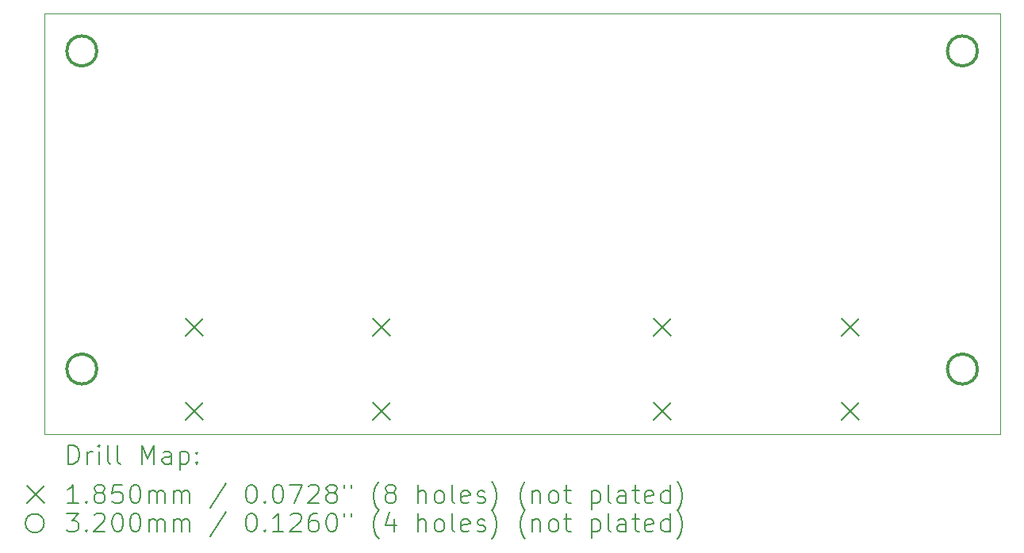
<source format=gbr>
%TF.GenerationSoftware,KiCad,Pcbnew,9.0.2*%
%TF.CreationDate,2025-06-28T10:53:49+03:00*%
%TF.ProjectId,chess_clock_pcb,63686573-735f-4636-9c6f-636b5f706362,rev?*%
%TF.SameCoordinates,Original*%
%TF.FileFunction,Drillmap*%
%TF.FilePolarity,Positive*%
%FSLAX45Y45*%
G04 Gerber Fmt 4.5, Leading zero omitted, Abs format (unit mm)*
G04 Created by KiCad (PCBNEW 9.0.2) date 2025-06-28 10:53:49*
%MOMM*%
%LPD*%
G01*
G04 APERTURE LIST*
%ADD10C,0.050000*%
%ADD11C,0.200000*%
%ADD12C,0.185000*%
%ADD13C,0.320000*%
G04 APERTURE END LIST*
D10*
X10000000Y-5000000D02*
X20200000Y-5000000D01*
X20200000Y-9500000D01*
X10000000Y-9500000D01*
X10000000Y-5000000D01*
D11*
D12*
X11507500Y-8257500D02*
X11692500Y-8442500D01*
X11692500Y-8257500D02*
X11507500Y-8442500D01*
X11507500Y-9157500D02*
X11692500Y-9342500D01*
X11692500Y-9157500D02*
X11507500Y-9342500D01*
X13507500Y-8257500D02*
X13692500Y-8442500D01*
X13692500Y-8257500D02*
X13507500Y-8442500D01*
X13507500Y-9157500D02*
X13692500Y-9342500D01*
X13692500Y-9157500D02*
X13507500Y-9342500D01*
X16507500Y-8257500D02*
X16692500Y-8442500D01*
X16692500Y-8257500D02*
X16507500Y-8442500D01*
X16507500Y-9157500D02*
X16692500Y-9342500D01*
X16692500Y-9157500D02*
X16507500Y-9342500D01*
X18507500Y-8257500D02*
X18692500Y-8442500D01*
X18692500Y-8257500D02*
X18507500Y-8442500D01*
X18507500Y-9157500D02*
X18692500Y-9342500D01*
X18692500Y-9157500D02*
X18507500Y-9342500D01*
D13*
X10560000Y-5400000D02*
G75*
G02*
X10240000Y-5400000I-160000J0D01*
G01*
X10240000Y-5400000D02*
G75*
G02*
X10560000Y-5400000I160000J0D01*
G01*
X10560000Y-8800000D02*
G75*
G02*
X10240000Y-8800000I-160000J0D01*
G01*
X10240000Y-8800000D02*
G75*
G02*
X10560000Y-8800000I160000J0D01*
G01*
X19960000Y-5400000D02*
G75*
G02*
X19640000Y-5400000I-160000J0D01*
G01*
X19640000Y-5400000D02*
G75*
G02*
X19960000Y-5400000I160000J0D01*
G01*
X19960000Y-8800000D02*
G75*
G02*
X19640000Y-8800000I-160000J0D01*
G01*
X19640000Y-8800000D02*
G75*
G02*
X19960000Y-8800000I160000J0D01*
G01*
D11*
X10258277Y-9813984D02*
X10258277Y-9613984D01*
X10258277Y-9613984D02*
X10305896Y-9613984D01*
X10305896Y-9613984D02*
X10334467Y-9623508D01*
X10334467Y-9623508D02*
X10353515Y-9642555D01*
X10353515Y-9642555D02*
X10363039Y-9661603D01*
X10363039Y-9661603D02*
X10372563Y-9699698D01*
X10372563Y-9699698D02*
X10372563Y-9728270D01*
X10372563Y-9728270D02*
X10363039Y-9766365D01*
X10363039Y-9766365D02*
X10353515Y-9785412D01*
X10353515Y-9785412D02*
X10334467Y-9804460D01*
X10334467Y-9804460D02*
X10305896Y-9813984D01*
X10305896Y-9813984D02*
X10258277Y-9813984D01*
X10458277Y-9813984D02*
X10458277Y-9680650D01*
X10458277Y-9718746D02*
X10467801Y-9699698D01*
X10467801Y-9699698D02*
X10477324Y-9690174D01*
X10477324Y-9690174D02*
X10496372Y-9680650D01*
X10496372Y-9680650D02*
X10515420Y-9680650D01*
X10582086Y-9813984D02*
X10582086Y-9680650D01*
X10582086Y-9613984D02*
X10572563Y-9623508D01*
X10572563Y-9623508D02*
X10582086Y-9633031D01*
X10582086Y-9633031D02*
X10591610Y-9623508D01*
X10591610Y-9623508D02*
X10582086Y-9613984D01*
X10582086Y-9613984D02*
X10582086Y-9633031D01*
X10705896Y-9813984D02*
X10686848Y-9804460D01*
X10686848Y-9804460D02*
X10677324Y-9785412D01*
X10677324Y-9785412D02*
X10677324Y-9613984D01*
X10810658Y-9813984D02*
X10791610Y-9804460D01*
X10791610Y-9804460D02*
X10782086Y-9785412D01*
X10782086Y-9785412D02*
X10782086Y-9613984D01*
X11039229Y-9813984D02*
X11039229Y-9613984D01*
X11039229Y-9613984D02*
X11105896Y-9756841D01*
X11105896Y-9756841D02*
X11172563Y-9613984D01*
X11172563Y-9613984D02*
X11172563Y-9813984D01*
X11353515Y-9813984D02*
X11353515Y-9709222D01*
X11353515Y-9709222D02*
X11343991Y-9690174D01*
X11343991Y-9690174D02*
X11324943Y-9680650D01*
X11324943Y-9680650D02*
X11286848Y-9680650D01*
X11286848Y-9680650D02*
X11267801Y-9690174D01*
X11353515Y-9804460D02*
X11334467Y-9813984D01*
X11334467Y-9813984D02*
X11286848Y-9813984D01*
X11286848Y-9813984D02*
X11267801Y-9804460D01*
X11267801Y-9804460D02*
X11258277Y-9785412D01*
X11258277Y-9785412D02*
X11258277Y-9766365D01*
X11258277Y-9766365D02*
X11267801Y-9747317D01*
X11267801Y-9747317D02*
X11286848Y-9737793D01*
X11286848Y-9737793D02*
X11334467Y-9737793D01*
X11334467Y-9737793D02*
X11353515Y-9728270D01*
X11448753Y-9680650D02*
X11448753Y-9880650D01*
X11448753Y-9690174D02*
X11467801Y-9680650D01*
X11467801Y-9680650D02*
X11505896Y-9680650D01*
X11505896Y-9680650D02*
X11524943Y-9690174D01*
X11524943Y-9690174D02*
X11534467Y-9699698D01*
X11534467Y-9699698D02*
X11543991Y-9718746D01*
X11543991Y-9718746D02*
X11543991Y-9775889D01*
X11543991Y-9775889D02*
X11534467Y-9794936D01*
X11534467Y-9794936D02*
X11524943Y-9804460D01*
X11524943Y-9804460D02*
X11505896Y-9813984D01*
X11505896Y-9813984D02*
X11467801Y-9813984D01*
X11467801Y-9813984D02*
X11448753Y-9804460D01*
X11629705Y-9794936D02*
X11639229Y-9804460D01*
X11639229Y-9804460D02*
X11629705Y-9813984D01*
X11629705Y-9813984D02*
X11620182Y-9804460D01*
X11620182Y-9804460D02*
X11629705Y-9794936D01*
X11629705Y-9794936D02*
X11629705Y-9813984D01*
X11629705Y-9690174D02*
X11639229Y-9699698D01*
X11639229Y-9699698D02*
X11629705Y-9709222D01*
X11629705Y-9709222D02*
X11620182Y-9699698D01*
X11620182Y-9699698D02*
X11629705Y-9690174D01*
X11629705Y-9690174D02*
X11629705Y-9709222D01*
D12*
X9812500Y-10050000D02*
X9997500Y-10235000D01*
X9997500Y-10050000D02*
X9812500Y-10235000D01*
D11*
X10363039Y-10233984D02*
X10248753Y-10233984D01*
X10305896Y-10233984D02*
X10305896Y-10033984D01*
X10305896Y-10033984D02*
X10286848Y-10062555D01*
X10286848Y-10062555D02*
X10267801Y-10081603D01*
X10267801Y-10081603D02*
X10248753Y-10091127D01*
X10448753Y-10214936D02*
X10458277Y-10224460D01*
X10458277Y-10224460D02*
X10448753Y-10233984D01*
X10448753Y-10233984D02*
X10439229Y-10224460D01*
X10439229Y-10224460D02*
X10448753Y-10214936D01*
X10448753Y-10214936D02*
X10448753Y-10233984D01*
X10572563Y-10119698D02*
X10553515Y-10110174D01*
X10553515Y-10110174D02*
X10543991Y-10100650D01*
X10543991Y-10100650D02*
X10534467Y-10081603D01*
X10534467Y-10081603D02*
X10534467Y-10072079D01*
X10534467Y-10072079D02*
X10543991Y-10053031D01*
X10543991Y-10053031D02*
X10553515Y-10043508D01*
X10553515Y-10043508D02*
X10572563Y-10033984D01*
X10572563Y-10033984D02*
X10610658Y-10033984D01*
X10610658Y-10033984D02*
X10629705Y-10043508D01*
X10629705Y-10043508D02*
X10639229Y-10053031D01*
X10639229Y-10053031D02*
X10648753Y-10072079D01*
X10648753Y-10072079D02*
X10648753Y-10081603D01*
X10648753Y-10081603D02*
X10639229Y-10100650D01*
X10639229Y-10100650D02*
X10629705Y-10110174D01*
X10629705Y-10110174D02*
X10610658Y-10119698D01*
X10610658Y-10119698D02*
X10572563Y-10119698D01*
X10572563Y-10119698D02*
X10553515Y-10129222D01*
X10553515Y-10129222D02*
X10543991Y-10138746D01*
X10543991Y-10138746D02*
X10534467Y-10157793D01*
X10534467Y-10157793D02*
X10534467Y-10195889D01*
X10534467Y-10195889D02*
X10543991Y-10214936D01*
X10543991Y-10214936D02*
X10553515Y-10224460D01*
X10553515Y-10224460D02*
X10572563Y-10233984D01*
X10572563Y-10233984D02*
X10610658Y-10233984D01*
X10610658Y-10233984D02*
X10629705Y-10224460D01*
X10629705Y-10224460D02*
X10639229Y-10214936D01*
X10639229Y-10214936D02*
X10648753Y-10195889D01*
X10648753Y-10195889D02*
X10648753Y-10157793D01*
X10648753Y-10157793D02*
X10639229Y-10138746D01*
X10639229Y-10138746D02*
X10629705Y-10129222D01*
X10629705Y-10129222D02*
X10610658Y-10119698D01*
X10829705Y-10033984D02*
X10734467Y-10033984D01*
X10734467Y-10033984D02*
X10724944Y-10129222D01*
X10724944Y-10129222D02*
X10734467Y-10119698D01*
X10734467Y-10119698D02*
X10753515Y-10110174D01*
X10753515Y-10110174D02*
X10801134Y-10110174D01*
X10801134Y-10110174D02*
X10820182Y-10119698D01*
X10820182Y-10119698D02*
X10829705Y-10129222D01*
X10829705Y-10129222D02*
X10839229Y-10148270D01*
X10839229Y-10148270D02*
X10839229Y-10195889D01*
X10839229Y-10195889D02*
X10829705Y-10214936D01*
X10829705Y-10214936D02*
X10820182Y-10224460D01*
X10820182Y-10224460D02*
X10801134Y-10233984D01*
X10801134Y-10233984D02*
X10753515Y-10233984D01*
X10753515Y-10233984D02*
X10734467Y-10224460D01*
X10734467Y-10224460D02*
X10724944Y-10214936D01*
X10963039Y-10033984D02*
X10982086Y-10033984D01*
X10982086Y-10033984D02*
X11001134Y-10043508D01*
X11001134Y-10043508D02*
X11010658Y-10053031D01*
X11010658Y-10053031D02*
X11020182Y-10072079D01*
X11020182Y-10072079D02*
X11029705Y-10110174D01*
X11029705Y-10110174D02*
X11029705Y-10157793D01*
X11029705Y-10157793D02*
X11020182Y-10195889D01*
X11020182Y-10195889D02*
X11010658Y-10214936D01*
X11010658Y-10214936D02*
X11001134Y-10224460D01*
X11001134Y-10224460D02*
X10982086Y-10233984D01*
X10982086Y-10233984D02*
X10963039Y-10233984D01*
X10963039Y-10233984D02*
X10943991Y-10224460D01*
X10943991Y-10224460D02*
X10934467Y-10214936D01*
X10934467Y-10214936D02*
X10924944Y-10195889D01*
X10924944Y-10195889D02*
X10915420Y-10157793D01*
X10915420Y-10157793D02*
X10915420Y-10110174D01*
X10915420Y-10110174D02*
X10924944Y-10072079D01*
X10924944Y-10072079D02*
X10934467Y-10053031D01*
X10934467Y-10053031D02*
X10943991Y-10043508D01*
X10943991Y-10043508D02*
X10963039Y-10033984D01*
X11115420Y-10233984D02*
X11115420Y-10100650D01*
X11115420Y-10119698D02*
X11124944Y-10110174D01*
X11124944Y-10110174D02*
X11143991Y-10100650D01*
X11143991Y-10100650D02*
X11172563Y-10100650D01*
X11172563Y-10100650D02*
X11191610Y-10110174D01*
X11191610Y-10110174D02*
X11201134Y-10129222D01*
X11201134Y-10129222D02*
X11201134Y-10233984D01*
X11201134Y-10129222D02*
X11210658Y-10110174D01*
X11210658Y-10110174D02*
X11229705Y-10100650D01*
X11229705Y-10100650D02*
X11258277Y-10100650D01*
X11258277Y-10100650D02*
X11277324Y-10110174D01*
X11277324Y-10110174D02*
X11286848Y-10129222D01*
X11286848Y-10129222D02*
X11286848Y-10233984D01*
X11382086Y-10233984D02*
X11382086Y-10100650D01*
X11382086Y-10119698D02*
X11391610Y-10110174D01*
X11391610Y-10110174D02*
X11410658Y-10100650D01*
X11410658Y-10100650D02*
X11439229Y-10100650D01*
X11439229Y-10100650D02*
X11458277Y-10110174D01*
X11458277Y-10110174D02*
X11467801Y-10129222D01*
X11467801Y-10129222D02*
X11467801Y-10233984D01*
X11467801Y-10129222D02*
X11477324Y-10110174D01*
X11477324Y-10110174D02*
X11496372Y-10100650D01*
X11496372Y-10100650D02*
X11524943Y-10100650D01*
X11524943Y-10100650D02*
X11543991Y-10110174D01*
X11543991Y-10110174D02*
X11553515Y-10129222D01*
X11553515Y-10129222D02*
X11553515Y-10233984D01*
X11943991Y-10024460D02*
X11772563Y-10281603D01*
X12201134Y-10033984D02*
X12220182Y-10033984D01*
X12220182Y-10033984D02*
X12239229Y-10043508D01*
X12239229Y-10043508D02*
X12248753Y-10053031D01*
X12248753Y-10053031D02*
X12258277Y-10072079D01*
X12258277Y-10072079D02*
X12267801Y-10110174D01*
X12267801Y-10110174D02*
X12267801Y-10157793D01*
X12267801Y-10157793D02*
X12258277Y-10195889D01*
X12258277Y-10195889D02*
X12248753Y-10214936D01*
X12248753Y-10214936D02*
X12239229Y-10224460D01*
X12239229Y-10224460D02*
X12220182Y-10233984D01*
X12220182Y-10233984D02*
X12201134Y-10233984D01*
X12201134Y-10233984D02*
X12182086Y-10224460D01*
X12182086Y-10224460D02*
X12172563Y-10214936D01*
X12172563Y-10214936D02*
X12163039Y-10195889D01*
X12163039Y-10195889D02*
X12153515Y-10157793D01*
X12153515Y-10157793D02*
X12153515Y-10110174D01*
X12153515Y-10110174D02*
X12163039Y-10072079D01*
X12163039Y-10072079D02*
X12172563Y-10053031D01*
X12172563Y-10053031D02*
X12182086Y-10043508D01*
X12182086Y-10043508D02*
X12201134Y-10033984D01*
X12353515Y-10214936D02*
X12363039Y-10224460D01*
X12363039Y-10224460D02*
X12353515Y-10233984D01*
X12353515Y-10233984D02*
X12343991Y-10224460D01*
X12343991Y-10224460D02*
X12353515Y-10214936D01*
X12353515Y-10214936D02*
X12353515Y-10233984D01*
X12486848Y-10033984D02*
X12505896Y-10033984D01*
X12505896Y-10033984D02*
X12524944Y-10043508D01*
X12524944Y-10043508D02*
X12534467Y-10053031D01*
X12534467Y-10053031D02*
X12543991Y-10072079D01*
X12543991Y-10072079D02*
X12553515Y-10110174D01*
X12553515Y-10110174D02*
X12553515Y-10157793D01*
X12553515Y-10157793D02*
X12543991Y-10195889D01*
X12543991Y-10195889D02*
X12534467Y-10214936D01*
X12534467Y-10214936D02*
X12524944Y-10224460D01*
X12524944Y-10224460D02*
X12505896Y-10233984D01*
X12505896Y-10233984D02*
X12486848Y-10233984D01*
X12486848Y-10233984D02*
X12467801Y-10224460D01*
X12467801Y-10224460D02*
X12458277Y-10214936D01*
X12458277Y-10214936D02*
X12448753Y-10195889D01*
X12448753Y-10195889D02*
X12439229Y-10157793D01*
X12439229Y-10157793D02*
X12439229Y-10110174D01*
X12439229Y-10110174D02*
X12448753Y-10072079D01*
X12448753Y-10072079D02*
X12458277Y-10053031D01*
X12458277Y-10053031D02*
X12467801Y-10043508D01*
X12467801Y-10043508D02*
X12486848Y-10033984D01*
X12620182Y-10033984D02*
X12753515Y-10033984D01*
X12753515Y-10033984D02*
X12667801Y-10233984D01*
X12820182Y-10053031D02*
X12829706Y-10043508D01*
X12829706Y-10043508D02*
X12848753Y-10033984D01*
X12848753Y-10033984D02*
X12896372Y-10033984D01*
X12896372Y-10033984D02*
X12915420Y-10043508D01*
X12915420Y-10043508D02*
X12924944Y-10053031D01*
X12924944Y-10053031D02*
X12934467Y-10072079D01*
X12934467Y-10072079D02*
X12934467Y-10091127D01*
X12934467Y-10091127D02*
X12924944Y-10119698D01*
X12924944Y-10119698D02*
X12810658Y-10233984D01*
X12810658Y-10233984D02*
X12934467Y-10233984D01*
X13048753Y-10119698D02*
X13029706Y-10110174D01*
X13029706Y-10110174D02*
X13020182Y-10100650D01*
X13020182Y-10100650D02*
X13010658Y-10081603D01*
X13010658Y-10081603D02*
X13010658Y-10072079D01*
X13010658Y-10072079D02*
X13020182Y-10053031D01*
X13020182Y-10053031D02*
X13029706Y-10043508D01*
X13029706Y-10043508D02*
X13048753Y-10033984D01*
X13048753Y-10033984D02*
X13086848Y-10033984D01*
X13086848Y-10033984D02*
X13105896Y-10043508D01*
X13105896Y-10043508D02*
X13115420Y-10053031D01*
X13115420Y-10053031D02*
X13124944Y-10072079D01*
X13124944Y-10072079D02*
X13124944Y-10081603D01*
X13124944Y-10081603D02*
X13115420Y-10100650D01*
X13115420Y-10100650D02*
X13105896Y-10110174D01*
X13105896Y-10110174D02*
X13086848Y-10119698D01*
X13086848Y-10119698D02*
X13048753Y-10119698D01*
X13048753Y-10119698D02*
X13029706Y-10129222D01*
X13029706Y-10129222D02*
X13020182Y-10138746D01*
X13020182Y-10138746D02*
X13010658Y-10157793D01*
X13010658Y-10157793D02*
X13010658Y-10195889D01*
X13010658Y-10195889D02*
X13020182Y-10214936D01*
X13020182Y-10214936D02*
X13029706Y-10224460D01*
X13029706Y-10224460D02*
X13048753Y-10233984D01*
X13048753Y-10233984D02*
X13086848Y-10233984D01*
X13086848Y-10233984D02*
X13105896Y-10224460D01*
X13105896Y-10224460D02*
X13115420Y-10214936D01*
X13115420Y-10214936D02*
X13124944Y-10195889D01*
X13124944Y-10195889D02*
X13124944Y-10157793D01*
X13124944Y-10157793D02*
X13115420Y-10138746D01*
X13115420Y-10138746D02*
X13105896Y-10129222D01*
X13105896Y-10129222D02*
X13086848Y-10119698D01*
X13201134Y-10033984D02*
X13201134Y-10072079D01*
X13277325Y-10033984D02*
X13277325Y-10072079D01*
X13572563Y-10310174D02*
X13563039Y-10300650D01*
X13563039Y-10300650D02*
X13543991Y-10272079D01*
X13543991Y-10272079D02*
X13534468Y-10253031D01*
X13534468Y-10253031D02*
X13524944Y-10224460D01*
X13524944Y-10224460D02*
X13515420Y-10176841D01*
X13515420Y-10176841D02*
X13515420Y-10138746D01*
X13515420Y-10138746D02*
X13524944Y-10091127D01*
X13524944Y-10091127D02*
X13534468Y-10062555D01*
X13534468Y-10062555D02*
X13543991Y-10043508D01*
X13543991Y-10043508D02*
X13563039Y-10014936D01*
X13563039Y-10014936D02*
X13572563Y-10005412D01*
X13677325Y-10119698D02*
X13658277Y-10110174D01*
X13658277Y-10110174D02*
X13648753Y-10100650D01*
X13648753Y-10100650D02*
X13639229Y-10081603D01*
X13639229Y-10081603D02*
X13639229Y-10072079D01*
X13639229Y-10072079D02*
X13648753Y-10053031D01*
X13648753Y-10053031D02*
X13658277Y-10043508D01*
X13658277Y-10043508D02*
X13677325Y-10033984D01*
X13677325Y-10033984D02*
X13715420Y-10033984D01*
X13715420Y-10033984D02*
X13734468Y-10043508D01*
X13734468Y-10043508D02*
X13743991Y-10053031D01*
X13743991Y-10053031D02*
X13753515Y-10072079D01*
X13753515Y-10072079D02*
X13753515Y-10081603D01*
X13753515Y-10081603D02*
X13743991Y-10100650D01*
X13743991Y-10100650D02*
X13734468Y-10110174D01*
X13734468Y-10110174D02*
X13715420Y-10119698D01*
X13715420Y-10119698D02*
X13677325Y-10119698D01*
X13677325Y-10119698D02*
X13658277Y-10129222D01*
X13658277Y-10129222D02*
X13648753Y-10138746D01*
X13648753Y-10138746D02*
X13639229Y-10157793D01*
X13639229Y-10157793D02*
X13639229Y-10195889D01*
X13639229Y-10195889D02*
X13648753Y-10214936D01*
X13648753Y-10214936D02*
X13658277Y-10224460D01*
X13658277Y-10224460D02*
X13677325Y-10233984D01*
X13677325Y-10233984D02*
X13715420Y-10233984D01*
X13715420Y-10233984D02*
X13734468Y-10224460D01*
X13734468Y-10224460D02*
X13743991Y-10214936D01*
X13743991Y-10214936D02*
X13753515Y-10195889D01*
X13753515Y-10195889D02*
X13753515Y-10157793D01*
X13753515Y-10157793D02*
X13743991Y-10138746D01*
X13743991Y-10138746D02*
X13734468Y-10129222D01*
X13734468Y-10129222D02*
X13715420Y-10119698D01*
X13991610Y-10233984D02*
X13991610Y-10033984D01*
X14077325Y-10233984D02*
X14077325Y-10129222D01*
X14077325Y-10129222D02*
X14067801Y-10110174D01*
X14067801Y-10110174D02*
X14048753Y-10100650D01*
X14048753Y-10100650D02*
X14020182Y-10100650D01*
X14020182Y-10100650D02*
X14001134Y-10110174D01*
X14001134Y-10110174D02*
X13991610Y-10119698D01*
X14201134Y-10233984D02*
X14182087Y-10224460D01*
X14182087Y-10224460D02*
X14172563Y-10214936D01*
X14172563Y-10214936D02*
X14163039Y-10195889D01*
X14163039Y-10195889D02*
X14163039Y-10138746D01*
X14163039Y-10138746D02*
X14172563Y-10119698D01*
X14172563Y-10119698D02*
X14182087Y-10110174D01*
X14182087Y-10110174D02*
X14201134Y-10100650D01*
X14201134Y-10100650D02*
X14229706Y-10100650D01*
X14229706Y-10100650D02*
X14248753Y-10110174D01*
X14248753Y-10110174D02*
X14258277Y-10119698D01*
X14258277Y-10119698D02*
X14267801Y-10138746D01*
X14267801Y-10138746D02*
X14267801Y-10195889D01*
X14267801Y-10195889D02*
X14258277Y-10214936D01*
X14258277Y-10214936D02*
X14248753Y-10224460D01*
X14248753Y-10224460D02*
X14229706Y-10233984D01*
X14229706Y-10233984D02*
X14201134Y-10233984D01*
X14382087Y-10233984D02*
X14363039Y-10224460D01*
X14363039Y-10224460D02*
X14353515Y-10205412D01*
X14353515Y-10205412D02*
X14353515Y-10033984D01*
X14534468Y-10224460D02*
X14515420Y-10233984D01*
X14515420Y-10233984D02*
X14477325Y-10233984D01*
X14477325Y-10233984D02*
X14458277Y-10224460D01*
X14458277Y-10224460D02*
X14448753Y-10205412D01*
X14448753Y-10205412D02*
X14448753Y-10129222D01*
X14448753Y-10129222D02*
X14458277Y-10110174D01*
X14458277Y-10110174D02*
X14477325Y-10100650D01*
X14477325Y-10100650D02*
X14515420Y-10100650D01*
X14515420Y-10100650D02*
X14534468Y-10110174D01*
X14534468Y-10110174D02*
X14543991Y-10129222D01*
X14543991Y-10129222D02*
X14543991Y-10148270D01*
X14543991Y-10148270D02*
X14448753Y-10167317D01*
X14620182Y-10224460D02*
X14639230Y-10233984D01*
X14639230Y-10233984D02*
X14677325Y-10233984D01*
X14677325Y-10233984D02*
X14696372Y-10224460D01*
X14696372Y-10224460D02*
X14705896Y-10205412D01*
X14705896Y-10205412D02*
X14705896Y-10195889D01*
X14705896Y-10195889D02*
X14696372Y-10176841D01*
X14696372Y-10176841D02*
X14677325Y-10167317D01*
X14677325Y-10167317D02*
X14648753Y-10167317D01*
X14648753Y-10167317D02*
X14629706Y-10157793D01*
X14629706Y-10157793D02*
X14620182Y-10138746D01*
X14620182Y-10138746D02*
X14620182Y-10129222D01*
X14620182Y-10129222D02*
X14629706Y-10110174D01*
X14629706Y-10110174D02*
X14648753Y-10100650D01*
X14648753Y-10100650D02*
X14677325Y-10100650D01*
X14677325Y-10100650D02*
X14696372Y-10110174D01*
X14772563Y-10310174D02*
X14782087Y-10300650D01*
X14782087Y-10300650D02*
X14801134Y-10272079D01*
X14801134Y-10272079D02*
X14810658Y-10253031D01*
X14810658Y-10253031D02*
X14820182Y-10224460D01*
X14820182Y-10224460D02*
X14829706Y-10176841D01*
X14829706Y-10176841D02*
X14829706Y-10138746D01*
X14829706Y-10138746D02*
X14820182Y-10091127D01*
X14820182Y-10091127D02*
X14810658Y-10062555D01*
X14810658Y-10062555D02*
X14801134Y-10043508D01*
X14801134Y-10043508D02*
X14782087Y-10014936D01*
X14782087Y-10014936D02*
X14772563Y-10005412D01*
X15134468Y-10310174D02*
X15124944Y-10300650D01*
X15124944Y-10300650D02*
X15105896Y-10272079D01*
X15105896Y-10272079D02*
X15096372Y-10253031D01*
X15096372Y-10253031D02*
X15086849Y-10224460D01*
X15086849Y-10224460D02*
X15077325Y-10176841D01*
X15077325Y-10176841D02*
X15077325Y-10138746D01*
X15077325Y-10138746D02*
X15086849Y-10091127D01*
X15086849Y-10091127D02*
X15096372Y-10062555D01*
X15096372Y-10062555D02*
X15105896Y-10043508D01*
X15105896Y-10043508D02*
X15124944Y-10014936D01*
X15124944Y-10014936D02*
X15134468Y-10005412D01*
X15210658Y-10100650D02*
X15210658Y-10233984D01*
X15210658Y-10119698D02*
X15220182Y-10110174D01*
X15220182Y-10110174D02*
X15239230Y-10100650D01*
X15239230Y-10100650D02*
X15267801Y-10100650D01*
X15267801Y-10100650D02*
X15286849Y-10110174D01*
X15286849Y-10110174D02*
X15296372Y-10129222D01*
X15296372Y-10129222D02*
X15296372Y-10233984D01*
X15420182Y-10233984D02*
X15401134Y-10224460D01*
X15401134Y-10224460D02*
X15391611Y-10214936D01*
X15391611Y-10214936D02*
X15382087Y-10195889D01*
X15382087Y-10195889D02*
X15382087Y-10138746D01*
X15382087Y-10138746D02*
X15391611Y-10119698D01*
X15391611Y-10119698D02*
X15401134Y-10110174D01*
X15401134Y-10110174D02*
X15420182Y-10100650D01*
X15420182Y-10100650D02*
X15448753Y-10100650D01*
X15448753Y-10100650D02*
X15467801Y-10110174D01*
X15467801Y-10110174D02*
X15477325Y-10119698D01*
X15477325Y-10119698D02*
X15486849Y-10138746D01*
X15486849Y-10138746D02*
X15486849Y-10195889D01*
X15486849Y-10195889D02*
X15477325Y-10214936D01*
X15477325Y-10214936D02*
X15467801Y-10224460D01*
X15467801Y-10224460D02*
X15448753Y-10233984D01*
X15448753Y-10233984D02*
X15420182Y-10233984D01*
X15543992Y-10100650D02*
X15620182Y-10100650D01*
X15572563Y-10033984D02*
X15572563Y-10205412D01*
X15572563Y-10205412D02*
X15582087Y-10224460D01*
X15582087Y-10224460D02*
X15601134Y-10233984D01*
X15601134Y-10233984D02*
X15620182Y-10233984D01*
X15839230Y-10100650D02*
X15839230Y-10300650D01*
X15839230Y-10110174D02*
X15858277Y-10100650D01*
X15858277Y-10100650D02*
X15896373Y-10100650D01*
X15896373Y-10100650D02*
X15915420Y-10110174D01*
X15915420Y-10110174D02*
X15924944Y-10119698D01*
X15924944Y-10119698D02*
X15934468Y-10138746D01*
X15934468Y-10138746D02*
X15934468Y-10195889D01*
X15934468Y-10195889D02*
X15924944Y-10214936D01*
X15924944Y-10214936D02*
X15915420Y-10224460D01*
X15915420Y-10224460D02*
X15896373Y-10233984D01*
X15896373Y-10233984D02*
X15858277Y-10233984D01*
X15858277Y-10233984D02*
X15839230Y-10224460D01*
X16048753Y-10233984D02*
X16029706Y-10224460D01*
X16029706Y-10224460D02*
X16020182Y-10205412D01*
X16020182Y-10205412D02*
X16020182Y-10033984D01*
X16210658Y-10233984D02*
X16210658Y-10129222D01*
X16210658Y-10129222D02*
X16201134Y-10110174D01*
X16201134Y-10110174D02*
X16182087Y-10100650D01*
X16182087Y-10100650D02*
X16143992Y-10100650D01*
X16143992Y-10100650D02*
X16124944Y-10110174D01*
X16210658Y-10224460D02*
X16191611Y-10233984D01*
X16191611Y-10233984D02*
X16143992Y-10233984D01*
X16143992Y-10233984D02*
X16124944Y-10224460D01*
X16124944Y-10224460D02*
X16115420Y-10205412D01*
X16115420Y-10205412D02*
X16115420Y-10186365D01*
X16115420Y-10186365D02*
X16124944Y-10167317D01*
X16124944Y-10167317D02*
X16143992Y-10157793D01*
X16143992Y-10157793D02*
X16191611Y-10157793D01*
X16191611Y-10157793D02*
X16210658Y-10148270D01*
X16277325Y-10100650D02*
X16353515Y-10100650D01*
X16305896Y-10033984D02*
X16305896Y-10205412D01*
X16305896Y-10205412D02*
X16315420Y-10224460D01*
X16315420Y-10224460D02*
X16334468Y-10233984D01*
X16334468Y-10233984D02*
X16353515Y-10233984D01*
X16496373Y-10224460D02*
X16477325Y-10233984D01*
X16477325Y-10233984D02*
X16439230Y-10233984D01*
X16439230Y-10233984D02*
X16420182Y-10224460D01*
X16420182Y-10224460D02*
X16410658Y-10205412D01*
X16410658Y-10205412D02*
X16410658Y-10129222D01*
X16410658Y-10129222D02*
X16420182Y-10110174D01*
X16420182Y-10110174D02*
X16439230Y-10100650D01*
X16439230Y-10100650D02*
X16477325Y-10100650D01*
X16477325Y-10100650D02*
X16496373Y-10110174D01*
X16496373Y-10110174D02*
X16505896Y-10129222D01*
X16505896Y-10129222D02*
X16505896Y-10148270D01*
X16505896Y-10148270D02*
X16410658Y-10167317D01*
X16677325Y-10233984D02*
X16677325Y-10033984D01*
X16677325Y-10224460D02*
X16658277Y-10233984D01*
X16658277Y-10233984D02*
X16620182Y-10233984D01*
X16620182Y-10233984D02*
X16601134Y-10224460D01*
X16601134Y-10224460D02*
X16591611Y-10214936D01*
X16591611Y-10214936D02*
X16582087Y-10195889D01*
X16582087Y-10195889D02*
X16582087Y-10138746D01*
X16582087Y-10138746D02*
X16591611Y-10119698D01*
X16591611Y-10119698D02*
X16601134Y-10110174D01*
X16601134Y-10110174D02*
X16620182Y-10100650D01*
X16620182Y-10100650D02*
X16658277Y-10100650D01*
X16658277Y-10100650D02*
X16677325Y-10110174D01*
X16753515Y-10310174D02*
X16763039Y-10300650D01*
X16763039Y-10300650D02*
X16782087Y-10272079D01*
X16782087Y-10272079D02*
X16791611Y-10253031D01*
X16791611Y-10253031D02*
X16801135Y-10224460D01*
X16801135Y-10224460D02*
X16810658Y-10176841D01*
X16810658Y-10176841D02*
X16810658Y-10138746D01*
X16810658Y-10138746D02*
X16801135Y-10091127D01*
X16801135Y-10091127D02*
X16791611Y-10062555D01*
X16791611Y-10062555D02*
X16782087Y-10043508D01*
X16782087Y-10043508D02*
X16763039Y-10014936D01*
X16763039Y-10014936D02*
X16753515Y-10005412D01*
X9997500Y-10447500D02*
G75*
G02*
X9797500Y-10447500I-100000J0D01*
G01*
X9797500Y-10447500D02*
G75*
G02*
X9997500Y-10447500I100000J0D01*
G01*
X10239229Y-10338984D02*
X10363039Y-10338984D01*
X10363039Y-10338984D02*
X10296372Y-10415174D01*
X10296372Y-10415174D02*
X10324944Y-10415174D01*
X10324944Y-10415174D02*
X10343991Y-10424698D01*
X10343991Y-10424698D02*
X10353515Y-10434222D01*
X10353515Y-10434222D02*
X10363039Y-10453270D01*
X10363039Y-10453270D02*
X10363039Y-10500889D01*
X10363039Y-10500889D02*
X10353515Y-10519936D01*
X10353515Y-10519936D02*
X10343991Y-10529460D01*
X10343991Y-10529460D02*
X10324944Y-10538984D01*
X10324944Y-10538984D02*
X10267801Y-10538984D01*
X10267801Y-10538984D02*
X10248753Y-10529460D01*
X10248753Y-10529460D02*
X10239229Y-10519936D01*
X10448753Y-10519936D02*
X10458277Y-10529460D01*
X10458277Y-10529460D02*
X10448753Y-10538984D01*
X10448753Y-10538984D02*
X10439229Y-10529460D01*
X10439229Y-10529460D02*
X10448753Y-10519936D01*
X10448753Y-10519936D02*
X10448753Y-10538984D01*
X10534467Y-10358031D02*
X10543991Y-10348508D01*
X10543991Y-10348508D02*
X10563039Y-10338984D01*
X10563039Y-10338984D02*
X10610658Y-10338984D01*
X10610658Y-10338984D02*
X10629705Y-10348508D01*
X10629705Y-10348508D02*
X10639229Y-10358031D01*
X10639229Y-10358031D02*
X10648753Y-10377079D01*
X10648753Y-10377079D02*
X10648753Y-10396127D01*
X10648753Y-10396127D02*
X10639229Y-10424698D01*
X10639229Y-10424698D02*
X10524944Y-10538984D01*
X10524944Y-10538984D02*
X10648753Y-10538984D01*
X10772563Y-10338984D02*
X10791610Y-10338984D01*
X10791610Y-10338984D02*
X10810658Y-10348508D01*
X10810658Y-10348508D02*
X10820182Y-10358031D01*
X10820182Y-10358031D02*
X10829705Y-10377079D01*
X10829705Y-10377079D02*
X10839229Y-10415174D01*
X10839229Y-10415174D02*
X10839229Y-10462793D01*
X10839229Y-10462793D02*
X10829705Y-10500889D01*
X10829705Y-10500889D02*
X10820182Y-10519936D01*
X10820182Y-10519936D02*
X10810658Y-10529460D01*
X10810658Y-10529460D02*
X10791610Y-10538984D01*
X10791610Y-10538984D02*
X10772563Y-10538984D01*
X10772563Y-10538984D02*
X10753515Y-10529460D01*
X10753515Y-10529460D02*
X10743991Y-10519936D01*
X10743991Y-10519936D02*
X10734467Y-10500889D01*
X10734467Y-10500889D02*
X10724944Y-10462793D01*
X10724944Y-10462793D02*
X10724944Y-10415174D01*
X10724944Y-10415174D02*
X10734467Y-10377079D01*
X10734467Y-10377079D02*
X10743991Y-10358031D01*
X10743991Y-10358031D02*
X10753515Y-10348508D01*
X10753515Y-10348508D02*
X10772563Y-10338984D01*
X10963039Y-10338984D02*
X10982086Y-10338984D01*
X10982086Y-10338984D02*
X11001134Y-10348508D01*
X11001134Y-10348508D02*
X11010658Y-10358031D01*
X11010658Y-10358031D02*
X11020182Y-10377079D01*
X11020182Y-10377079D02*
X11029705Y-10415174D01*
X11029705Y-10415174D02*
X11029705Y-10462793D01*
X11029705Y-10462793D02*
X11020182Y-10500889D01*
X11020182Y-10500889D02*
X11010658Y-10519936D01*
X11010658Y-10519936D02*
X11001134Y-10529460D01*
X11001134Y-10529460D02*
X10982086Y-10538984D01*
X10982086Y-10538984D02*
X10963039Y-10538984D01*
X10963039Y-10538984D02*
X10943991Y-10529460D01*
X10943991Y-10529460D02*
X10934467Y-10519936D01*
X10934467Y-10519936D02*
X10924944Y-10500889D01*
X10924944Y-10500889D02*
X10915420Y-10462793D01*
X10915420Y-10462793D02*
X10915420Y-10415174D01*
X10915420Y-10415174D02*
X10924944Y-10377079D01*
X10924944Y-10377079D02*
X10934467Y-10358031D01*
X10934467Y-10358031D02*
X10943991Y-10348508D01*
X10943991Y-10348508D02*
X10963039Y-10338984D01*
X11115420Y-10538984D02*
X11115420Y-10405650D01*
X11115420Y-10424698D02*
X11124944Y-10415174D01*
X11124944Y-10415174D02*
X11143991Y-10405650D01*
X11143991Y-10405650D02*
X11172563Y-10405650D01*
X11172563Y-10405650D02*
X11191610Y-10415174D01*
X11191610Y-10415174D02*
X11201134Y-10434222D01*
X11201134Y-10434222D02*
X11201134Y-10538984D01*
X11201134Y-10434222D02*
X11210658Y-10415174D01*
X11210658Y-10415174D02*
X11229705Y-10405650D01*
X11229705Y-10405650D02*
X11258277Y-10405650D01*
X11258277Y-10405650D02*
X11277324Y-10415174D01*
X11277324Y-10415174D02*
X11286848Y-10434222D01*
X11286848Y-10434222D02*
X11286848Y-10538984D01*
X11382086Y-10538984D02*
X11382086Y-10405650D01*
X11382086Y-10424698D02*
X11391610Y-10415174D01*
X11391610Y-10415174D02*
X11410658Y-10405650D01*
X11410658Y-10405650D02*
X11439229Y-10405650D01*
X11439229Y-10405650D02*
X11458277Y-10415174D01*
X11458277Y-10415174D02*
X11467801Y-10434222D01*
X11467801Y-10434222D02*
X11467801Y-10538984D01*
X11467801Y-10434222D02*
X11477324Y-10415174D01*
X11477324Y-10415174D02*
X11496372Y-10405650D01*
X11496372Y-10405650D02*
X11524943Y-10405650D01*
X11524943Y-10405650D02*
X11543991Y-10415174D01*
X11543991Y-10415174D02*
X11553515Y-10434222D01*
X11553515Y-10434222D02*
X11553515Y-10538984D01*
X11943991Y-10329460D02*
X11772563Y-10586603D01*
X12201134Y-10338984D02*
X12220182Y-10338984D01*
X12220182Y-10338984D02*
X12239229Y-10348508D01*
X12239229Y-10348508D02*
X12248753Y-10358031D01*
X12248753Y-10358031D02*
X12258277Y-10377079D01*
X12258277Y-10377079D02*
X12267801Y-10415174D01*
X12267801Y-10415174D02*
X12267801Y-10462793D01*
X12267801Y-10462793D02*
X12258277Y-10500889D01*
X12258277Y-10500889D02*
X12248753Y-10519936D01*
X12248753Y-10519936D02*
X12239229Y-10529460D01*
X12239229Y-10529460D02*
X12220182Y-10538984D01*
X12220182Y-10538984D02*
X12201134Y-10538984D01*
X12201134Y-10538984D02*
X12182086Y-10529460D01*
X12182086Y-10529460D02*
X12172563Y-10519936D01*
X12172563Y-10519936D02*
X12163039Y-10500889D01*
X12163039Y-10500889D02*
X12153515Y-10462793D01*
X12153515Y-10462793D02*
X12153515Y-10415174D01*
X12153515Y-10415174D02*
X12163039Y-10377079D01*
X12163039Y-10377079D02*
X12172563Y-10358031D01*
X12172563Y-10358031D02*
X12182086Y-10348508D01*
X12182086Y-10348508D02*
X12201134Y-10338984D01*
X12353515Y-10519936D02*
X12363039Y-10529460D01*
X12363039Y-10529460D02*
X12353515Y-10538984D01*
X12353515Y-10538984D02*
X12343991Y-10529460D01*
X12343991Y-10529460D02*
X12353515Y-10519936D01*
X12353515Y-10519936D02*
X12353515Y-10538984D01*
X12553515Y-10538984D02*
X12439229Y-10538984D01*
X12496372Y-10538984D02*
X12496372Y-10338984D01*
X12496372Y-10338984D02*
X12477325Y-10367555D01*
X12477325Y-10367555D02*
X12458277Y-10386603D01*
X12458277Y-10386603D02*
X12439229Y-10396127D01*
X12629706Y-10358031D02*
X12639229Y-10348508D01*
X12639229Y-10348508D02*
X12658277Y-10338984D01*
X12658277Y-10338984D02*
X12705896Y-10338984D01*
X12705896Y-10338984D02*
X12724944Y-10348508D01*
X12724944Y-10348508D02*
X12734467Y-10358031D01*
X12734467Y-10358031D02*
X12743991Y-10377079D01*
X12743991Y-10377079D02*
X12743991Y-10396127D01*
X12743991Y-10396127D02*
X12734467Y-10424698D01*
X12734467Y-10424698D02*
X12620182Y-10538984D01*
X12620182Y-10538984D02*
X12743991Y-10538984D01*
X12915420Y-10338984D02*
X12877325Y-10338984D01*
X12877325Y-10338984D02*
X12858277Y-10348508D01*
X12858277Y-10348508D02*
X12848753Y-10358031D01*
X12848753Y-10358031D02*
X12829706Y-10386603D01*
X12829706Y-10386603D02*
X12820182Y-10424698D01*
X12820182Y-10424698D02*
X12820182Y-10500889D01*
X12820182Y-10500889D02*
X12829706Y-10519936D01*
X12829706Y-10519936D02*
X12839229Y-10529460D01*
X12839229Y-10529460D02*
X12858277Y-10538984D01*
X12858277Y-10538984D02*
X12896372Y-10538984D01*
X12896372Y-10538984D02*
X12915420Y-10529460D01*
X12915420Y-10529460D02*
X12924944Y-10519936D01*
X12924944Y-10519936D02*
X12934467Y-10500889D01*
X12934467Y-10500889D02*
X12934467Y-10453270D01*
X12934467Y-10453270D02*
X12924944Y-10434222D01*
X12924944Y-10434222D02*
X12915420Y-10424698D01*
X12915420Y-10424698D02*
X12896372Y-10415174D01*
X12896372Y-10415174D02*
X12858277Y-10415174D01*
X12858277Y-10415174D02*
X12839229Y-10424698D01*
X12839229Y-10424698D02*
X12829706Y-10434222D01*
X12829706Y-10434222D02*
X12820182Y-10453270D01*
X13058277Y-10338984D02*
X13077325Y-10338984D01*
X13077325Y-10338984D02*
X13096372Y-10348508D01*
X13096372Y-10348508D02*
X13105896Y-10358031D01*
X13105896Y-10358031D02*
X13115420Y-10377079D01*
X13115420Y-10377079D02*
X13124944Y-10415174D01*
X13124944Y-10415174D02*
X13124944Y-10462793D01*
X13124944Y-10462793D02*
X13115420Y-10500889D01*
X13115420Y-10500889D02*
X13105896Y-10519936D01*
X13105896Y-10519936D02*
X13096372Y-10529460D01*
X13096372Y-10529460D02*
X13077325Y-10538984D01*
X13077325Y-10538984D02*
X13058277Y-10538984D01*
X13058277Y-10538984D02*
X13039229Y-10529460D01*
X13039229Y-10529460D02*
X13029706Y-10519936D01*
X13029706Y-10519936D02*
X13020182Y-10500889D01*
X13020182Y-10500889D02*
X13010658Y-10462793D01*
X13010658Y-10462793D02*
X13010658Y-10415174D01*
X13010658Y-10415174D02*
X13020182Y-10377079D01*
X13020182Y-10377079D02*
X13029706Y-10358031D01*
X13029706Y-10358031D02*
X13039229Y-10348508D01*
X13039229Y-10348508D02*
X13058277Y-10338984D01*
X13201134Y-10338984D02*
X13201134Y-10377079D01*
X13277325Y-10338984D02*
X13277325Y-10377079D01*
X13572563Y-10615174D02*
X13563039Y-10605650D01*
X13563039Y-10605650D02*
X13543991Y-10577079D01*
X13543991Y-10577079D02*
X13534468Y-10558031D01*
X13534468Y-10558031D02*
X13524944Y-10529460D01*
X13524944Y-10529460D02*
X13515420Y-10481841D01*
X13515420Y-10481841D02*
X13515420Y-10443746D01*
X13515420Y-10443746D02*
X13524944Y-10396127D01*
X13524944Y-10396127D02*
X13534468Y-10367555D01*
X13534468Y-10367555D02*
X13543991Y-10348508D01*
X13543991Y-10348508D02*
X13563039Y-10319936D01*
X13563039Y-10319936D02*
X13572563Y-10310412D01*
X13734468Y-10405650D02*
X13734468Y-10538984D01*
X13686848Y-10329460D02*
X13639229Y-10472317D01*
X13639229Y-10472317D02*
X13763039Y-10472317D01*
X13991610Y-10538984D02*
X13991610Y-10338984D01*
X14077325Y-10538984D02*
X14077325Y-10434222D01*
X14077325Y-10434222D02*
X14067801Y-10415174D01*
X14067801Y-10415174D02*
X14048753Y-10405650D01*
X14048753Y-10405650D02*
X14020182Y-10405650D01*
X14020182Y-10405650D02*
X14001134Y-10415174D01*
X14001134Y-10415174D02*
X13991610Y-10424698D01*
X14201134Y-10538984D02*
X14182087Y-10529460D01*
X14182087Y-10529460D02*
X14172563Y-10519936D01*
X14172563Y-10519936D02*
X14163039Y-10500889D01*
X14163039Y-10500889D02*
X14163039Y-10443746D01*
X14163039Y-10443746D02*
X14172563Y-10424698D01*
X14172563Y-10424698D02*
X14182087Y-10415174D01*
X14182087Y-10415174D02*
X14201134Y-10405650D01*
X14201134Y-10405650D02*
X14229706Y-10405650D01*
X14229706Y-10405650D02*
X14248753Y-10415174D01*
X14248753Y-10415174D02*
X14258277Y-10424698D01*
X14258277Y-10424698D02*
X14267801Y-10443746D01*
X14267801Y-10443746D02*
X14267801Y-10500889D01*
X14267801Y-10500889D02*
X14258277Y-10519936D01*
X14258277Y-10519936D02*
X14248753Y-10529460D01*
X14248753Y-10529460D02*
X14229706Y-10538984D01*
X14229706Y-10538984D02*
X14201134Y-10538984D01*
X14382087Y-10538984D02*
X14363039Y-10529460D01*
X14363039Y-10529460D02*
X14353515Y-10510412D01*
X14353515Y-10510412D02*
X14353515Y-10338984D01*
X14534468Y-10529460D02*
X14515420Y-10538984D01*
X14515420Y-10538984D02*
X14477325Y-10538984D01*
X14477325Y-10538984D02*
X14458277Y-10529460D01*
X14458277Y-10529460D02*
X14448753Y-10510412D01*
X14448753Y-10510412D02*
X14448753Y-10434222D01*
X14448753Y-10434222D02*
X14458277Y-10415174D01*
X14458277Y-10415174D02*
X14477325Y-10405650D01*
X14477325Y-10405650D02*
X14515420Y-10405650D01*
X14515420Y-10405650D02*
X14534468Y-10415174D01*
X14534468Y-10415174D02*
X14543991Y-10434222D01*
X14543991Y-10434222D02*
X14543991Y-10453270D01*
X14543991Y-10453270D02*
X14448753Y-10472317D01*
X14620182Y-10529460D02*
X14639230Y-10538984D01*
X14639230Y-10538984D02*
X14677325Y-10538984D01*
X14677325Y-10538984D02*
X14696372Y-10529460D01*
X14696372Y-10529460D02*
X14705896Y-10510412D01*
X14705896Y-10510412D02*
X14705896Y-10500889D01*
X14705896Y-10500889D02*
X14696372Y-10481841D01*
X14696372Y-10481841D02*
X14677325Y-10472317D01*
X14677325Y-10472317D02*
X14648753Y-10472317D01*
X14648753Y-10472317D02*
X14629706Y-10462793D01*
X14629706Y-10462793D02*
X14620182Y-10443746D01*
X14620182Y-10443746D02*
X14620182Y-10434222D01*
X14620182Y-10434222D02*
X14629706Y-10415174D01*
X14629706Y-10415174D02*
X14648753Y-10405650D01*
X14648753Y-10405650D02*
X14677325Y-10405650D01*
X14677325Y-10405650D02*
X14696372Y-10415174D01*
X14772563Y-10615174D02*
X14782087Y-10605650D01*
X14782087Y-10605650D02*
X14801134Y-10577079D01*
X14801134Y-10577079D02*
X14810658Y-10558031D01*
X14810658Y-10558031D02*
X14820182Y-10529460D01*
X14820182Y-10529460D02*
X14829706Y-10481841D01*
X14829706Y-10481841D02*
X14829706Y-10443746D01*
X14829706Y-10443746D02*
X14820182Y-10396127D01*
X14820182Y-10396127D02*
X14810658Y-10367555D01*
X14810658Y-10367555D02*
X14801134Y-10348508D01*
X14801134Y-10348508D02*
X14782087Y-10319936D01*
X14782087Y-10319936D02*
X14772563Y-10310412D01*
X15134468Y-10615174D02*
X15124944Y-10605650D01*
X15124944Y-10605650D02*
X15105896Y-10577079D01*
X15105896Y-10577079D02*
X15096372Y-10558031D01*
X15096372Y-10558031D02*
X15086849Y-10529460D01*
X15086849Y-10529460D02*
X15077325Y-10481841D01*
X15077325Y-10481841D02*
X15077325Y-10443746D01*
X15077325Y-10443746D02*
X15086849Y-10396127D01*
X15086849Y-10396127D02*
X15096372Y-10367555D01*
X15096372Y-10367555D02*
X15105896Y-10348508D01*
X15105896Y-10348508D02*
X15124944Y-10319936D01*
X15124944Y-10319936D02*
X15134468Y-10310412D01*
X15210658Y-10405650D02*
X15210658Y-10538984D01*
X15210658Y-10424698D02*
X15220182Y-10415174D01*
X15220182Y-10415174D02*
X15239230Y-10405650D01*
X15239230Y-10405650D02*
X15267801Y-10405650D01*
X15267801Y-10405650D02*
X15286849Y-10415174D01*
X15286849Y-10415174D02*
X15296372Y-10434222D01*
X15296372Y-10434222D02*
X15296372Y-10538984D01*
X15420182Y-10538984D02*
X15401134Y-10529460D01*
X15401134Y-10529460D02*
X15391611Y-10519936D01*
X15391611Y-10519936D02*
X15382087Y-10500889D01*
X15382087Y-10500889D02*
X15382087Y-10443746D01*
X15382087Y-10443746D02*
X15391611Y-10424698D01*
X15391611Y-10424698D02*
X15401134Y-10415174D01*
X15401134Y-10415174D02*
X15420182Y-10405650D01*
X15420182Y-10405650D02*
X15448753Y-10405650D01*
X15448753Y-10405650D02*
X15467801Y-10415174D01*
X15467801Y-10415174D02*
X15477325Y-10424698D01*
X15477325Y-10424698D02*
X15486849Y-10443746D01*
X15486849Y-10443746D02*
X15486849Y-10500889D01*
X15486849Y-10500889D02*
X15477325Y-10519936D01*
X15477325Y-10519936D02*
X15467801Y-10529460D01*
X15467801Y-10529460D02*
X15448753Y-10538984D01*
X15448753Y-10538984D02*
X15420182Y-10538984D01*
X15543992Y-10405650D02*
X15620182Y-10405650D01*
X15572563Y-10338984D02*
X15572563Y-10510412D01*
X15572563Y-10510412D02*
X15582087Y-10529460D01*
X15582087Y-10529460D02*
X15601134Y-10538984D01*
X15601134Y-10538984D02*
X15620182Y-10538984D01*
X15839230Y-10405650D02*
X15839230Y-10605650D01*
X15839230Y-10415174D02*
X15858277Y-10405650D01*
X15858277Y-10405650D02*
X15896373Y-10405650D01*
X15896373Y-10405650D02*
X15915420Y-10415174D01*
X15915420Y-10415174D02*
X15924944Y-10424698D01*
X15924944Y-10424698D02*
X15934468Y-10443746D01*
X15934468Y-10443746D02*
X15934468Y-10500889D01*
X15934468Y-10500889D02*
X15924944Y-10519936D01*
X15924944Y-10519936D02*
X15915420Y-10529460D01*
X15915420Y-10529460D02*
X15896373Y-10538984D01*
X15896373Y-10538984D02*
X15858277Y-10538984D01*
X15858277Y-10538984D02*
X15839230Y-10529460D01*
X16048753Y-10538984D02*
X16029706Y-10529460D01*
X16029706Y-10529460D02*
X16020182Y-10510412D01*
X16020182Y-10510412D02*
X16020182Y-10338984D01*
X16210658Y-10538984D02*
X16210658Y-10434222D01*
X16210658Y-10434222D02*
X16201134Y-10415174D01*
X16201134Y-10415174D02*
X16182087Y-10405650D01*
X16182087Y-10405650D02*
X16143992Y-10405650D01*
X16143992Y-10405650D02*
X16124944Y-10415174D01*
X16210658Y-10529460D02*
X16191611Y-10538984D01*
X16191611Y-10538984D02*
X16143992Y-10538984D01*
X16143992Y-10538984D02*
X16124944Y-10529460D01*
X16124944Y-10529460D02*
X16115420Y-10510412D01*
X16115420Y-10510412D02*
X16115420Y-10491365D01*
X16115420Y-10491365D02*
X16124944Y-10472317D01*
X16124944Y-10472317D02*
X16143992Y-10462793D01*
X16143992Y-10462793D02*
X16191611Y-10462793D01*
X16191611Y-10462793D02*
X16210658Y-10453270D01*
X16277325Y-10405650D02*
X16353515Y-10405650D01*
X16305896Y-10338984D02*
X16305896Y-10510412D01*
X16305896Y-10510412D02*
X16315420Y-10529460D01*
X16315420Y-10529460D02*
X16334468Y-10538984D01*
X16334468Y-10538984D02*
X16353515Y-10538984D01*
X16496373Y-10529460D02*
X16477325Y-10538984D01*
X16477325Y-10538984D02*
X16439230Y-10538984D01*
X16439230Y-10538984D02*
X16420182Y-10529460D01*
X16420182Y-10529460D02*
X16410658Y-10510412D01*
X16410658Y-10510412D02*
X16410658Y-10434222D01*
X16410658Y-10434222D02*
X16420182Y-10415174D01*
X16420182Y-10415174D02*
X16439230Y-10405650D01*
X16439230Y-10405650D02*
X16477325Y-10405650D01*
X16477325Y-10405650D02*
X16496373Y-10415174D01*
X16496373Y-10415174D02*
X16505896Y-10434222D01*
X16505896Y-10434222D02*
X16505896Y-10453270D01*
X16505896Y-10453270D02*
X16410658Y-10472317D01*
X16677325Y-10538984D02*
X16677325Y-10338984D01*
X16677325Y-10529460D02*
X16658277Y-10538984D01*
X16658277Y-10538984D02*
X16620182Y-10538984D01*
X16620182Y-10538984D02*
X16601134Y-10529460D01*
X16601134Y-10529460D02*
X16591611Y-10519936D01*
X16591611Y-10519936D02*
X16582087Y-10500889D01*
X16582087Y-10500889D02*
X16582087Y-10443746D01*
X16582087Y-10443746D02*
X16591611Y-10424698D01*
X16591611Y-10424698D02*
X16601134Y-10415174D01*
X16601134Y-10415174D02*
X16620182Y-10405650D01*
X16620182Y-10405650D02*
X16658277Y-10405650D01*
X16658277Y-10405650D02*
X16677325Y-10415174D01*
X16753515Y-10615174D02*
X16763039Y-10605650D01*
X16763039Y-10605650D02*
X16782087Y-10577079D01*
X16782087Y-10577079D02*
X16791611Y-10558031D01*
X16791611Y-10558031D02*
X16801135Y-10529460D01*
X16801135Y-10529460D02*
X16810658Y-10481841D01*
X16810658Y-10481841D02*
X16810658Y-10443746D01*
X16810658Y-10443746D02*
X16801135Y-10396127D01*
X16801135Y-10396127D02*
X16791611Y-10367555D01*
X16791611Y-10367555D02*
X16782087Y-10348508D01*
X16782087Y-10348508D02*
X16763039Y-10319936D01*
X16763039Y-10319936D02*
X16753515Y-10310412D01*
M02*

</source>
